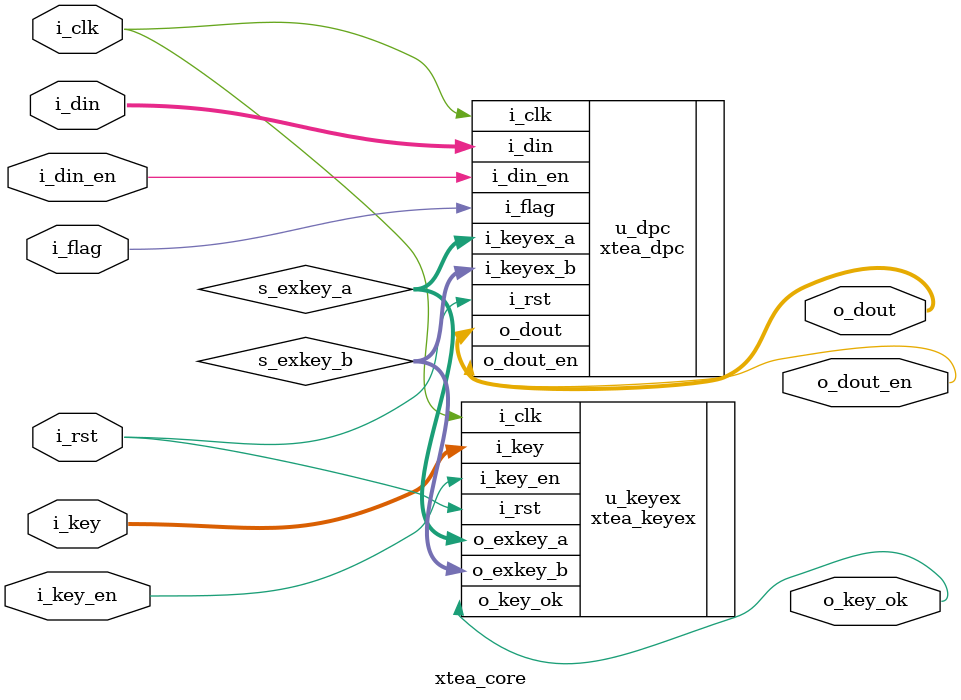
<source format=v>
/*  
Copyright 2019 XCrypt Studio                
																	 
Licensed under the Apache License, Version 2.0 (the "License");         
you may not use this file except in compliance with the License.        
You may obtain a copy of the License at                                 
																	 
 http://www.apache.org/licenses/LICENSE-2.0                          
																	 
Unless required by applicable law or agreed to in writing, software    
distributed under the License is distributed on an "AS IS" BASIS,       
WITHOUT WARRANTIES OR CONDITIONS OF ANY KIND, either express or implied.
See the License for the specific language governing permissions and     
limitations under the License.                                          
*/  

// ------------------------------------------------------------------------------
// File name        :   xtea_core.v
// Function         :   XTEA Cryptographic Algorithm Core 
// ------------------------------------------------------------------------------
// Author           :   Xie
// Version          £º  v-1.0
// Date				:   2019-1-24
// Email            :   xcrypt@126.com
// ------------------------------------------------------------------------------

module xtea_core(
    input           i_clk,
    input           i_rst,
    input           i_flag,    //1-encrypt,0-decrypt
    input  [127:0]  i_key,
    input           i_key_en,  //1-key init start
	output 			o_key_ok,  //1-key init done
    input  [63:0]   i_din,
    input           i_din_en,
    output [63:0]   o_dout,
    output          o_dout_en
    );
 
	wire  [1023:0] s_exkey_a;
	wire  [1023:0] s_exkey_b;
 
	//key expand
	xtea_keyex u_keyex(
	.i_clk		(i_clk		),
	.i_rst		(i_rst		),
	.i_key		(i_key		),
	.i_key_en	(i_key_en	),
	.o_exkey_a	(s_exkey_a	),
	.o_exkey_b	(s_exkey_b	),
	.o_key_ok	(o_key_ok	)	
	);

	//
	xtea_dpc u_dpc(
	.i_clk		(i_clk		),
	.i_rst		(i_rst		),	
	.i_flag		(i_flag		),
	.i_keyex_a	(s_exkey_a	),
	.i_keyex_b	(s_exkey_b	),
    .i_din		(i_din		),
    .i_din_en	(i_din_en	),
    .o_dout		(o_dout		),
    .o_dout_en	(o_dout_en	)
	);	
	
endmodule

</source>
